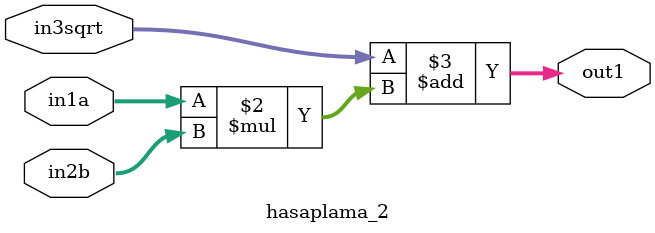
<source format=v>
`timescale 1ns / 1ps

module hasaplama_2(
    input [31:0] in1a,
    input [31:0] in2b,
    input [23:0] in3sqrt,
    output reg [31:0] out1 

    );
    
    always@(*) begin
        out1 = (in3sqrt + (in1a*in2b));
    end
endmodule

</source>
